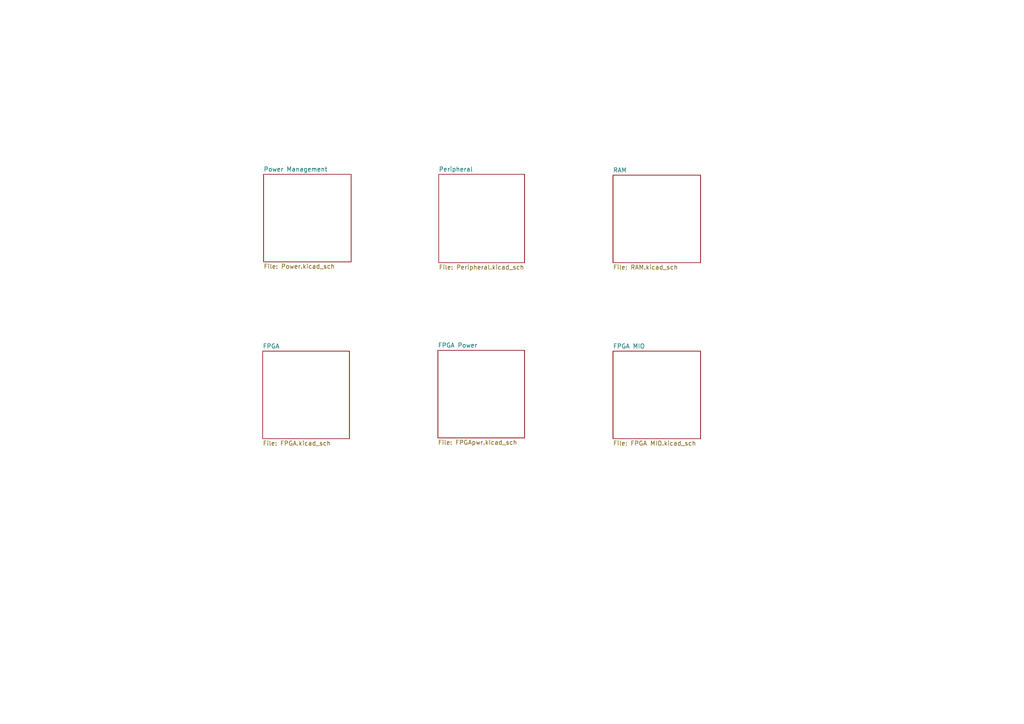
<source format=kicad_sch>
(kicad_sch
	(version 20231120)
	(generator "eeschema")
	(generator_version "8.0")
	(uuid "8b98976c-b0e2-4979-aa9a-b6389ce6c189")
	(paper "A4")
	(lib_symbols)
	(sheet
		(at 177.8 101.854)
		(size 25.4 25.4)
		(fields_autoplaced yes)
		(stroke
			(width 0.1524)
			(type solid)
		)
		(fill
			(color 0 0 0 0.0000)
		)
		(uuid "3a651326-0780-4f8d-a472-0057732392d5")
		(property "Sheetname" "FPGA MIO"
			(at 177.8 101.1424 0)
			(effects
				(font
					(size 1.27 1.27)
				)
				(justify left bottom)
			)
		)
		(property "Sheetfile" "FPGA MIO.kicad_sch"
			(at 177.8 127.8386 0)
			(effects
				(font
					(size 1.27 1.27)
				)
				(justify left top)
			)
		)
		(instances
			(project "SYNC-VT"
				(path "/8b98976c-b0e2-4979-aa9a-b6389ce6c189"
					(page "6")
				)
			)
		)
	)
	(sheet
		(at 76.454 50.546)
		(size 25.4 25.4)
		(fields_autoplaced yes)
		(stroke
			(width 0.1524)
			(type solid)
		)
		(fill
			(color 0 0 0 0.0000)
		)
		(uuid "4c2e96e4-9fb1-4733-be3e-8bfc128702ff")
		(property "Sheetname" "Power Management"
			(at 76.454 49.8344 0)
			(effects
				(font
					(size 1.27 1.27)
				)
				(justify left bottom)
			)
		)
		(property "Sheetfile" "Power.kicad_sch"
			(at 76.454 76.5306 0)
			(effects
				(font
					(size 1.27 1.27)
				)
				(justify left top)
			)
		)
		(instances
			(project "SYNC-VT"
				(path "/8b98976c-b0e2-4979-aa9a-b6389ce6c189"
					(page "2")
				)
			)
		)
	)
	(sheet
		(at 177.8 50.8)
		(size 25.4 25.4)
		(fields_autoplaced yes)
		(stroke
			(width 0.1524)
			(type solid)
		)
		(fill
			(color 0 0 0 0.0000)
		)
		(uuid "7426c97c-9532-4b74-a8cd-41fbf6ef2407")
		(property "Sheetname" "RAM"
			(at 177.8 50.0884 0)
			(effects
				(font
					(size 1.27 1.27)
				)
				(justify left bottom)
			)
		)
		(property "Sheetfile" "RAM.kicad_sch"
			(at 177.8 76.7846 0)
			(effects
				(font
					(size 1.27 1.27)
				)
				(justify left top)
			)
		)
		(instances
			(project "SYNC-VT"
				(path "/8b98976c-b0e2-4979-aa9a-b6389ce6c189"
					(page "7")
				)
			)
		)
	)
	(sheet
		(at 76.2 101.854)
		(size 25.146 25.4)
		(fields_autoplaced yes)
		(stroke
			(width 0.1524)
			(type solid)
		)
		(fill
			(color 0 0 0 0.0000)
		)
		(uuid "b03d01bc-7f79-4860-8a9c-5e1d7565ff36")
		(property "Sheetname" "FPGA"
			(at 76.2 101.1424 0)
			(effects
				(font
					(size 1.27 1.27)
				)
				(justify left bottom)
			)
		)
		(property "Sheetfile" "FPGA.kicad_sch"
			(at 76.2 127.8386 0)
			(effects
				(font
					(size 1.27 1.27)
				)
				(justify left top)
			)
		)
		(instances
			(project "SYNC-VT"
				(path "/8b98976c-b0e2-4979-aa9a-b6389ce6c189"
					(page "4")
				)
			)
		)
	)
	(sheet
		(at 127 101.6)
		(size 25.146 25.4)
		(fields_autoplaced yes)
		(stroke
			(width 0.1524)
			(type solid)
		)
		(fill
			(color 0 0 0 0.0000)
		)
		(uuid "e0fdbcfa-176a-4d8c-897b-d3b34c4c4b6c")
		(property "Sheetname" "FPGA Power"
			(at 127 100.8884 0)
			(effects
				(font
					(size 1.27 1.27)
				)
				(justify left bottom)
			)
		)
		(property "Sheetfile" "FPGApwr.kicad_sch"
			(at 127 127.5846 0)
			(effects
				(font
					(size 1.27 1.27)
				)
				(justify left top)
			)
		)
		(instances
			(project "SYNC-VT"
				(path "/8b98976c-b0e2-4979-aa9a-b6389ce6c189"
					(page "5")
				)
			)
		)
	)
	(sheet
		(at 127.254 50.546)
		(size 24.892 25.654)
		(fields_autoplaced yes)
		(stroke
			(width 0.1524)
			(type solid)
		)
		(fill
			(color 0 0 0 0.0000)
		)
		(uuid "f8391748-4a28-4b30-91ca-d63501b5909f")
		(property "Sheetname" "Peripheral"
			(at 127.254 49.8344 0)
			(effects
				(font
					(size 1.27 1.27)
				)
				(justify left bottom)
			)
		)
		(property "Sheetfile" "Peripheral.kicad_sch"
			(at 127.254 76.7846 0)
			(effects
				(font
					(size 1.27 1.27)
				)
				(justify left top)
			)
		)
		(instances
			(project "SYNC-VT"
				(path "/8b98976c-b0e2-4979-aa9a-b6389ce6c189"
					(page "3")
				)
			)
		)
	)
	(sheet_instances
		(path "/"
			(page "1")
		)
	)
)

</source>
